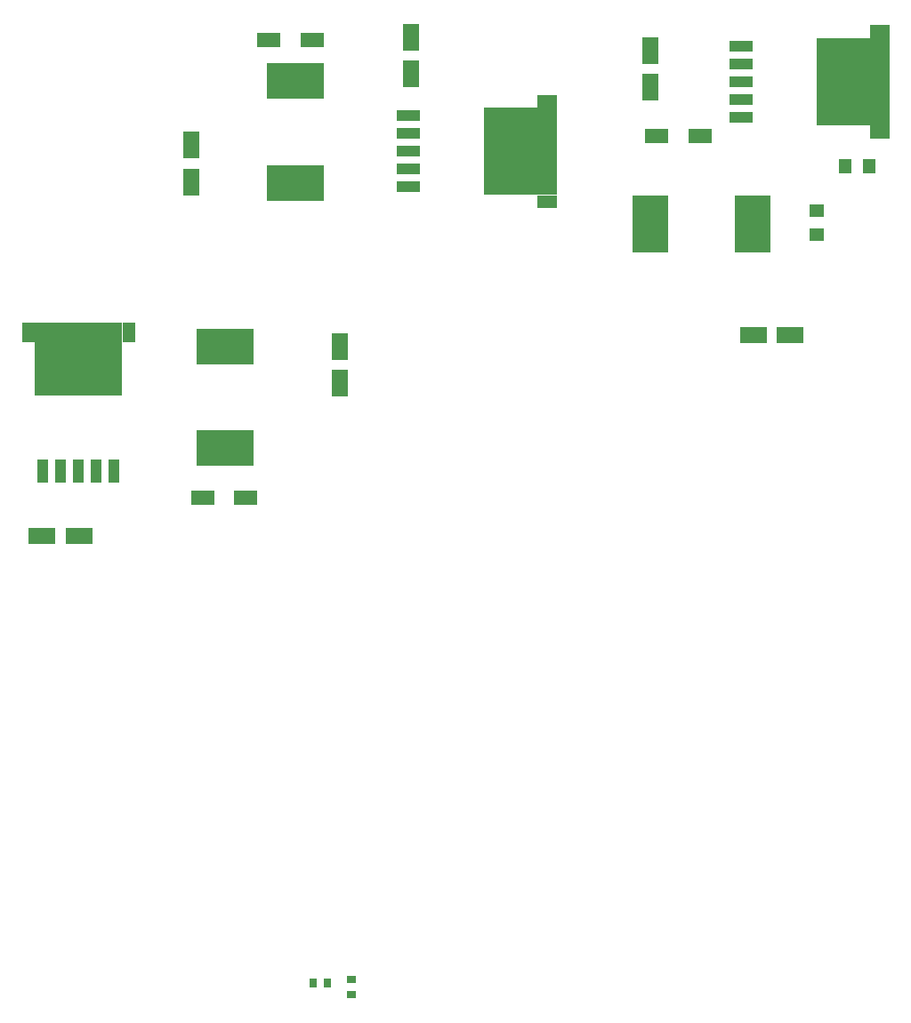
<source format=gtp>
G04*
G04 #@! TF.GenerationSoftware,Altium Limited,Altium Designer,19.1.1 (5)*
G04*
G04 Layer_Color=8421504*
%FSTAX24Y24*%
%MOIN*%
G70*
G01*
G75*
%ADD17R,0.0315X0.0374*%
%ADD18R,0.0374X0.0315*%
%ADD19R,0.0630X0.1004*%
%ADD20R,0.1378X0.2126*%
%ADD21R,0.0866X0.0571*%
%ADD22R,0.1004X0.0630*%
%ADD23R,0.0550X0.0500*%
%ADD24R,0.0500X0.0550*%
%ADD25R,0.0402X0.0850*%
%ADD26R,0.3280X0.2752*%
%ADD27R,0.0486X0.0752*%
%ADD28R,0.2126X0.1378*%
%ADD29R,0.0850X0.0421*%
%ADD30R,0.0752X0.4252*%
%ADD31R,0.2000X0.3280*%
%ADD32R,0.0850X0.0402*%
%ADD33R,0.2752X0.3280*%
%ADD34R,0.0752X0.0486*%
D17*
X014539Y00212D02*
D03*
X01509D02*
D03*
D18*
X01599Y002246D02*
D03*
Y001694D02*
D03*
D19*
X027197Y035711D02*
D03*
Y037089D02*
D03*
X015561Y024625D02*
D03*
Y026003D02*
D03*
X0182Y037589D02*
D03*
Y036211D02*
D03*
X009991Y032163D02*
D03*
Y033541D02*
D03*
D20*
X031016Y03059D02*
D03*
X027197D02*
D03*
D21*
X029047Y033883D02*
D03*
X027433D02*
D03*
X012018Y020335D02*
D03*
X010403D02*
D03*
X012893Y0375D02*
D03*
X014507D02*
D03*
D22*
X032414Y026433D02*
D03*
X031037D02*
D03*
X005776Y0189D02*
D03*
X004398D02*
D03*
D23*
X033426Y031083D02*
D03*
Y030183D02*
D03*
D24*
X035392Y03274D02*
D03*
X034492D02*
D03*
D25*
X004418Y021335D02*
D03*
X005087D02*
D03*
X005756D02*
D03*
X006426D02*
D03*
X007095D02*
D03*
D26*
X005756Y025537D02*
D03*
D27*
X007639Y026537D02*
D03*
X003873D02*
D03*
D28*
X011261Y026003D02*
D03*
Y022184D02*
D03*
X013894Y032134D02*
D03*
Y035953D02*
D03*
D29*
X03058Y037265D02*
D03*
Y036595D02*
D03*
Y035926D02*
D03*
Y035257D02*
D03*
Y034587D02*
D03*
D30*
X035783Y035926D02*
D03*
D31*
X034407D02*
D03*
D32*
X0181Y03465D02*
D03*
Y033981D02*
D03*
Y033311D02*
D03*
Y032642D02*
D03*
Y031973D02*
D03*
D33*
X022303Y033311D02*
D03*
D34*
X023303Y031429D02*
D03*
Y035194D02*
D03*
M02*

</source>
